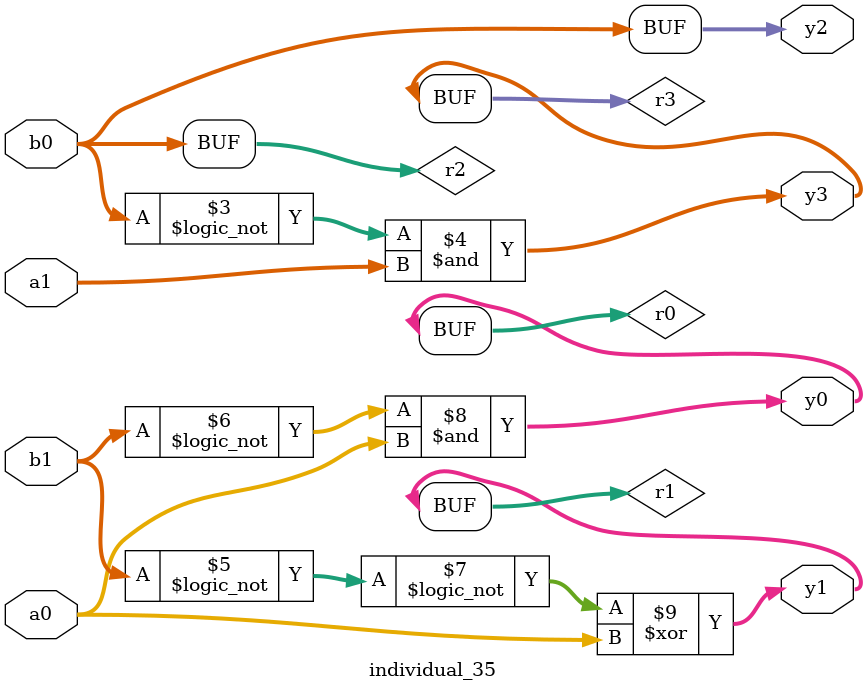
<source format=sv>
module individual_35(input logic [15:0] a1, input logic [15:0] a0, input logic [15:0] b1, input logic [15:0] b0, output logic [15:0] y3, output logic [15:0] y2, output logic [15:0] y1, output logic [15:0] y0);
logic [15:0] r0, r1, r2, r3; 
 always@(*) begin 
	 r0 = a0; r1 = a1; r2 = b0; r3 = b1; 
 	 r3  &=  b1 ;
 	 r3 = ! b0 ;
 	 r3  &=  r1 ;
 	 r1 = ! b1 ;
 	 r0 = ! b1 ;
 	 r1 = ! r1 ;
 	 r0  &=  a0 ;
 	 r1  ^=  a0 ;
 	 y3 = r3; y2 = r2; y1 = r1; y0 = r0; 
end
endmodule
</source>
